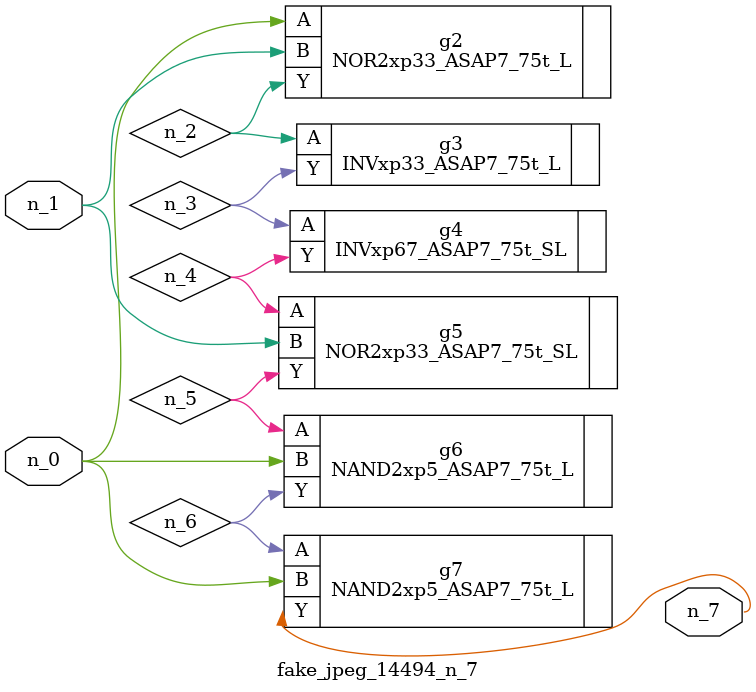
<source format=v>
module fake_jpeg_14494_n_7 (n_0, n_1, n_7);

input n_0;
input n_1;

output n_7;

wire n_3;
wire n_2;
wire n_4;
wire n_6;
wire n_5;

NOR2xp33_ASAP7_75t_L g2 ( 
.A(n_0),
.B(n_1),
.Y(n_2)
);

INVxp33_ASAP7_75t_L g3 ( 
.A(n_2),
.Y(n_3)
);

INVxp67_ASAP7_75t_SL g4 ( 
.A(n_3),
.Y(n_4)
);

NOR2xp33_ASAP7_75t_SL g5 ( 
.A(n_4),
.B(n_1),
.Y(n_5)
);

NAND2xp5_ASAP7_75t_L g6 ( 
.A(n_5),
.B(n_0),
.Y(n_6)
);

NAND2xp5_ASAP7_75t_L g7 ( 
.A(n_6),
.B(n_0),
.Y(n_7)
);


endmodule
</source>
